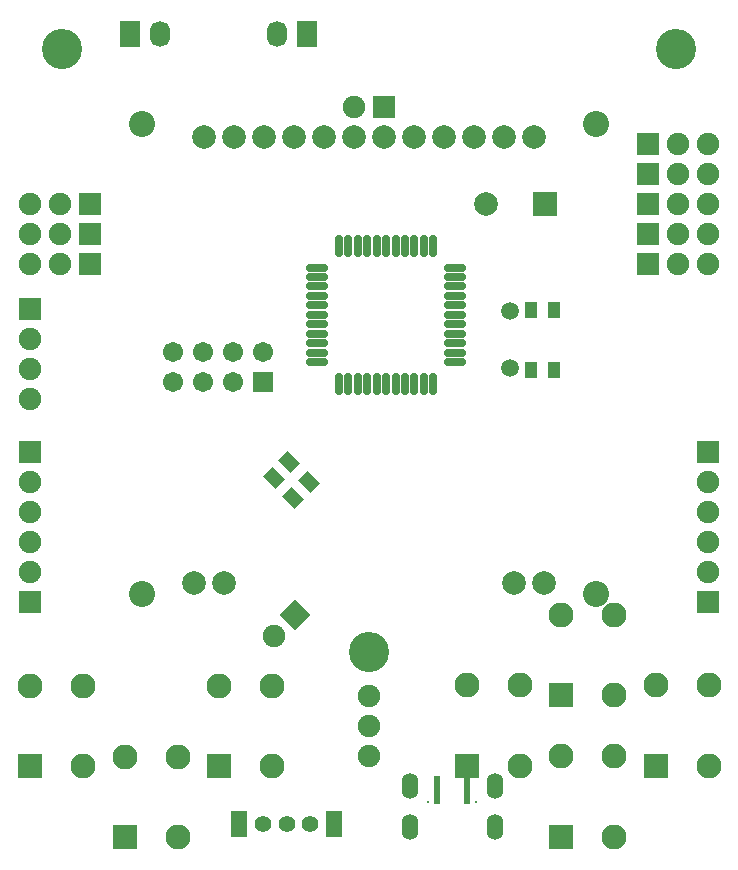
<source format=gts>
G04*
G04 #@! TF.GenerationSoftware,Altium Limited,Altium Designer,22.2.1 (43)*
G04*
G04 Layer_Color=8388736*
%FSLAX25Y25*%
%MOIN*%
G70*
G04*
G04 #@! TF.SameCoordinates,9C75C661-4079-485B-A4B9-5B77D2324FE1*
G04*
G04*
G04 #@! TF.FilePolarity,Negative*
G04*
G01*
G75*
%ADD23O,0.02769X0.07493*%
%ADD24O,0.07493X0.02769*%
%ADD25R,0.04300X0.05800*%
%ADD26R,0.02300X0.09265*%
G04:AMPARAMS|DCode=27|XSize=58mil|YSize=43mil|CornerRadius=0mil|HoleSize=0mil|Usage=FLASHONLY|Rotation=135.000|XOffset=0mil|YOffset=0mil|HoleType=Round|Shape=Rectangle|*
%AMROTATEDRECTD27*
4,1,4,0.03571,-0.00530,0.00530,-0.03571,-0.03571,0.00530,-0.00530,0.03571,0.03571,-0.00530,0.0*
%
%ADD27ROTATEDRECTD27*%

%ADD28C,0.07887*%
%ADD29C,0.05918*%
%ADD30C,0.13398*%
%ADD31C,0.00800*%
%ADD32O,0.05524X0.08674*%
%ADD33C,0.07493*%
%ADD34C,0.08280*%
%ADD35R,0.08280X0.08280*%
%ADD36R,0.07493X0.07493*%
%ADD37R,0.07493X0.07493*%
%ADD38R,0.07887X0.07887*%
%ADD39P,0.10597X4X270.0*%
%ADD40R,0.05524X0.08674*%
%ADD41C,0.05524*%
%ADD42C,0.06706*%
%ADD43R,0.06706X0.06706*%
%ADD44O,0.06706X0.08674*%
%ADD45R,0.06706X0.08674*%
%ADD46C,0.08674*%
D23*
X107931Y156232D02*
D03*
X111081D02*
D03*
X114230D02*
D03*
X117380D02*
D03*
X120530D02*
D03*
X123679D02*
D03*
X126829D02*
D03*
X129978D02*
D03*
X133128D02*
D03*
X136278D02*
D03*
X139427D02*
D03*
Y202295D02*
D03*
X136278D02*
D03*
X133128D02*
D03*
X129978D02*
D03*
X126829D02*
D03*
X123679D02*
D03*
X120530D02*
D03*
X117380D02*
D03*
X114230D02*
D03*
X111081D02*
D03*
X107931D02*
D03*
D24*
X146711Y163516D02*
D03*
Y166665D02*
D03*
Y169815D02*
D03*
Y172965D02*
D03*
Y176114D02*
D03*
Y179264D02*
D03*
Y182413D02*
D03*
Y185563D02*
D03*
Y188713D02*
D03*
Y191862D02*
D03*
Y195012D02*
D03*
X100648D02*
D03*
Y191862D02*
D03*
Y188713D02*
D03*
Y185563D02*
D03*
Y182413D02*
D03*
Y179264D02*
D03*
Y176114D02*
D03*
Y172965D02*
D03*
Y169815D02*
D03*
Y166665D02*
D03*
Y163516D02*
D03*
D25*
X179516Y180922D02*
D03*
X172036D02*
D03*
X179516Y161022D02*
D03*
X172036D02*
D03*
D26*
X150788Y20906D02*
D03*
X140552D02*
D03*
D27*
X98065Y123536D02*
D03*
X92776Y118247D02*
D03*
X91465Y130136D02*
D03*
X86176Y124847D02*
D03*
D28*
X166297Y89992D02*
D03*
X176297D02*
D03*
X69762D02*
D03*
X59762D02*
D03*
X62951Y238614D02*
D03*
X72951D02*
D03*
X82951D02*
D03*
X92951D02*
D03*
X102951D02*
D03*
X112951D02*
D03*
X122951D02*
D03*
X132951D02*
D03*
X142951D02*
D03*
X152951D02*
D03*
X162951D02*
D03*
X172951D02*
D03*
X157108Y216114D02*
D03*
D29*
X164976Y161674D02*
D03*
Y180572D02*
D03*
D30*
X118110Y66929D02*
D03*
X220472Y267717D02*
D03*
X15748D02*
D03*
D31*
X153543Y17008D02*
D03*
X137795D02*
D03*
D32*
X131496Y8465D02*
D03*
X159843D02*
D03*
Y22126D02*
D03*
X131496D02*
D03*
D33*
X118091Y42254D02*
D03*
Y52254D02*
D03*
Y32254D02*
D03*
X5000Y93592D02*
D03*
Y103592D02*
D03*
X5000Y123592D02*
D03*
Y113592D02*
D03*
Y171092D02*
D03*
Y161092D02*
D03*
Y151092D02*
D03*
X15000Y196092D02*
D03*
X5000D02*
D03*
X15000Y206092D02*
D03*
X5000D02*
D03*
X15000Y216092D02*
D03*
X5000D02*
D03*
X231065Y93592D02*
D03*
Y103592D02*
D03*
Y123592D02*
D03*
Y113592D02*
D03*
X221065Y236092D02*
D03*
X231065D02*
D03*
X221065Y226092D02*
D03*
X231065D02*
D03*
X221065Y216092D02*
D03*
X231065D02*
D03*
X221065Y206092D02*
D03*
X231065D02*
D03*
X221065Y196092D02*
D03*
X231065D02*
D03*
X112951Y248614D02*
D03*
X86415Y72079D02*
D03*
D34*
X150512Y55699D02*
D03*
X168228D02*
D03*
Y28927D02*
D03*
X213504Y55699D02*
D03*
X231221D02*
D03*
Y28927D02*
D03*
X182008Y32076D02*
D03*
X199724D02*
D03*
Y5305D02*
D03*
X182008Y79321D02*
D03*
X199724D02*
D03*
Y52549D02*
D03*
X67992Y55639D02*
D03*
X85709D02*
D03*
Y28868D02*
D03*
X36496Y32017D02*
D03*
X54212D02*
D03*
Y5246D02*
D03*
X5000Y55639D02*
D03*
X22716D02*
D03*
Y28868D02*
D03*
D35*
X150512Y28927D02*
D03*
X213504D02*
D03*
X182008Y5305D02*
D03*
Y52549D02*
D03*
X67992Y28868D02*
D03*
X36496Y5246D02*
D03*
X5000Y28868D02*
D03*
D36*
X5000Y83592D02*
D03*
X5000Y133592D02*
D03*
Y181092D02*
D03*
X231065Y83592D02*
D03*
Y133592D02*
D03*
D37*
X25000Y196092D02*
D03*
Y206092D02*
D03*
Y216092D02*
D03*
X211065Y236092D02*
D03*
Y226092D02*
D03*
Y216092D02*
D03*
Y206092D02*
D03*
Y196092D02*
D03*
X122951Y248614D02*
D03*
D38*
X176793Y216114D02*
D03*
D39*
X93486Y79150D02*
D03*
D40*
X74803Y9449D02*
D03*
X106299D02*
D03*
D41*
X98425D02*
D03*
X90551D02*
D03*
X82677D02*
D03*
D42*
X52577Y167020D02*
D03*
Y157020D02*
D03*
X62577Y167020D02*
D03*
Y157020D02*
D03*
X72577Y167020D02*
D03*
Y157020D02*
D03*
X82577Y167020D02*
D03*
D43*
Y157020D02*
D03*
D44*
X87341Y272965D02*
D03*
X48482D02*
D03*
D45*
X97341D02*
D03*
X38482D02*
D03*
D46*
X42242Y242748D02*
D03*
X193817D02*
D03*
X42242Y86055D02*
D03*
X193817D02*
D03*
M02*

</source>
